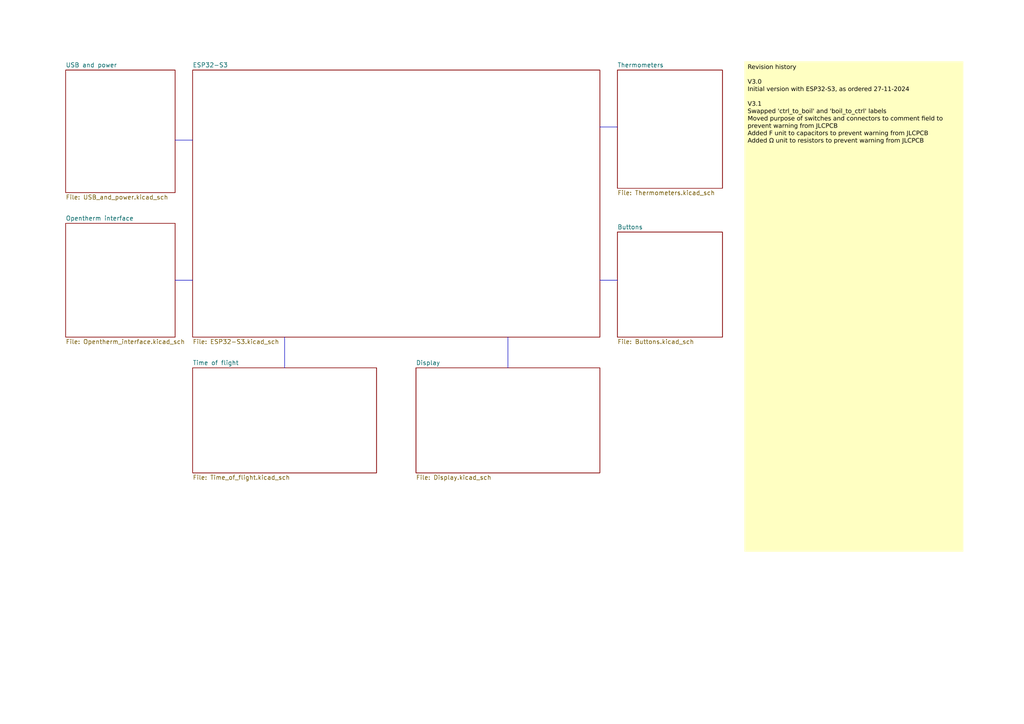
<source format=kicad_sch>
(kicad_sch
	(version 20231120)
	(generator "eeschema")
	(generator_version "8.0")
	(uuid "dee7d3c3-6abb-4cb3-8df4-3e3e37989a04")
	(paper "A4")
	(lib_symbols)
	(polyline
		(pts
			(xy 50.8 81.28) (xy 55.88 81.28)
		)
		(stroke
			(width 0)
			(type default)
		)
		(uuid "0925232c-50e5-4426-95b7-d76b80794736")
	)
	(polyline
		(pts
			(xy 50.8 40.64) (xy 55.88 40.64)
		)
		(stroke
			(width 0)
			(type default)
		)
		(uuid "1b34532d-3c32-4120-b003-a12b62afdcd0")
	)
	(polyline
		(pts
			(xy 179.07 81.28) (xy 173.99 81.28)
		)
		(stroke
			(width 0)
			(type default)
		)
		(uuid "2292b91f-13da-4d2e-8d29-f3cb6a68b571")
	)
	(polyline
		(pts
			(xy 147.32 106.68) (xy 147.32 97.79)
		)
		(stroke
			(width 0)
			(type default)
		)
		(uuid "c08d59c0-26d9-4307-99d6-53b1d0a561e7")
	)
	(polyline
		(pts
			(xy 82.55 106.68) (xy 82.55 97.79)
		)
		(stroke
			(width 0)
			(type default)
		)
		(uuid "ed1d8cd0-35c4-48a6-8705-5554f44f3d85")
	)
	(polyline
		(pts
			(xy 173.99 36.83) (xy 179.07 36.83)
		)
		(stroke
			(width 0)
			(type default)
		)
		(uuid "ffd62481-d749-4525-a31d-a0accbcfc76a")
	)
	(text_box "Revision history\n\nV3.0 \nInitial version with ESP32-S3, as ordered 27-11-2024\n\nV3.1\nSwapped 'ctrl_to_boil' and 'boil_to_ctrl' labels\nMoved purpose of switches and connectors to comment field to prevent warning from JLCPCB\nAdded F unit to capacitors to prevent warning from JLCPCB\nAdded Ω unit to resistors to prevent warning from JLCPCB\n"
		(exclude_from_sim no)
		(at 215.9 17.78 0)
		(size 63.5 142.24)
		(stroke
			(width -0.0001)
			(type default)
		)
		(fill
			(type color)
			(color 255 255 194 1)
		)
		(effects
			(font
				(face "Arial")
				(size 1.27 1.27)
				(color 0 0 0 1)
			)
			(justify left top)
		)
		(uuid "66584f9d-a4fb-43de-92ff-08f8eeb42108")
	)
	(sheet
		(at 179.07 20.32)
		(size 30.48 34.29)
		(fields_autoplaced yes)
		(stroke
			(width 0.1524)
			(type solid)
		)
		(fill
			(color 0 0 0 0.0000)
		)
		(uuid "1ee783e5-877a-4e23-8a1c-34a8f840b01c")
		(property "Sheetname" "Thermometers"
			(at 179.07 19.6084 0)
			(effects
				(font
					(size 1.27 1.27)
				)
				(justify left bottom)
			)
		)
		(property "Sheetfile" "Thermometers.kicad_sch"
			(at 179.07 55.1946 0)
			(effects
				(font
					(size 1.27 1.27)
				)
				(justify left top)
			)
		)
		(instances
			(project "RoomThermostat"
				(path "/dee7d3c3-6abb-4cb3-8df4-3e3e37989a04"
					(page "6")
				)
			)
		)
	)
	(sheet
		(at 19.05 20.32)
		(size 31.75 35.56)
		(fields_autoplaced yes)
		(stroke
			(width 0.1524)
			(type solid)
		)
		(fill
			(color 0 0 0 0.0000)
		)
		(uuid "27673a3a-5c62-493b-b19a-59601297fae0")
		(property "Sheetname" "USB and power"
			(at 19.05 19.6084 0)
			(effects
				(font
					(size 1.27 1.27)
				)
				(justify left bottom)
			)
		)
		(property "Sheetfile" "USB_and_power.kicad_sch"
			(at 19.05 56.4646 0)
			(effects
				(font
					(size 1.27 1.27)
				)
				(justify left top)
			)
		)
		(instances
			(project "RoomThermostat"
				(path "/dee7d3c3-6abb-4cb3-8df4-3e3e37989a04"
					(page "3")
				)
			)
		)
	)
	(sheet
		(at 120.65 106.68)
		(size 53.34 30.48)
		(fields_autoplaced yes)
		(stroke
			(width 0.1524)
			(type solid)
		)
		(fill
			(color 0 0 0 0.0000)
		)
		(uuid "4ee7237d-7490-448a-a94f-f4ace25b8494")
		(property "Sheetname" "Display"
			(at 120.65 105.9684 0)
			(effects
				(font
					(size 1.27 1.27)
				)
				(justify left bottom)
			)
		)
		(property "Sheetfile" "Display.kicad_sch"
			(at 120.65 137.7446 0)
			(effects
				(font
					(size 1.27 1.27)
				)
				(justify left top)
			)
		)
		(instances
			(project "RoomThermostat"
				(path "/dee7d3c3-6abb-4cb3-8df4-3e3e37989a04"
					(page "5")
				)
			)
		)
	)
	(sheet
		(at 19.05 64.77)
		(size 31.75 33.02)
		(fields_autoplaced yes)
		(stroke
			(width 0.1524)
			(type solid)
		)
		(fill
			(color 0 0 0 0.0000)
		)
		(uuid "7a22ee33-5bef-4c62-b34e-91e104b3ec80")
		(property "Sheetname" "Opentherm interface"
			(at 19.05 64.0584 0)
			(effects
				(font
					(size 1.27 1.27)
				)
				(justify left bottom)
			)
		)
		(property "Sheetfile" "Opentherm_interface.kicad_sch"
			(at 19.05 98.3746 0)
			(effects
				(font
					(size 1.27 1.27)
				)
				(justify left top)
			)
		)
		(instances
			(project "RoomThermostat"
				(path "/dee7d3c3-6abb-4cb3-8df4-3e3e37989a04"
					(page "4")
				)
			)
		)
	)
	(sheet
		(at 55.88 106.68)
		(size 53.34 30.48)
		(fields_autoplaced yes)
		(stroke
			(width 0.1524)
			(type solid)
		)
		(fill
			(color 0 0 0 0.0000)
		)
		(uuid "9496b48a-90bf-416c-bf1c-039c65c989b9")
		(property "Sheetname" "Time of flight"
			(at 55.88 105.9684 0)
			(effects
				(font
					(size 1.27 1.27)
				)
				(justify left bottom)
			)
		)
		(property "Sheetfile" "Time_of_flight.kicad_sch"
			(at 55.88 137.7446 0)
			(effects
				(font
					(size 1.27 1.27)
				)
				(justify left top)
			)
		)
		(instances
			(project "RoomThermostat"
				(path "/dee7d3c3-6abb-4cb3-8df4-3e3e37989a04"
					(page "8")
				)
			)
		)
	)
	(sheet
		(at 55.88 20.32)
		(size 118.11 77.47)
		(fields_autoplaced yes)
		(stroke
			(width 0.1524)
			(type solid)
		)
		(fill
			(color 0 0 0 0.0000)
		)
		(uuid "bd5268ae-2faf-441e-9d8c-8a98dae2e504")
		(property "Sheetname" "ESP32-S3"
			(at 55.88 19.6084 0)
			(effects
				(font
					(size 1.27 1.27)
				)
				(justify left bottom)
			)
		)
		(property "Sheetfile" "ESP32-S3.kicad_sch"
			(at 55.88 98.3746 0)
			(effects
				(font
					(size 1.27 1.27)
				)
				(justify left top)
			)
		)
		(instances
			(project "RoomThermostat"
				(path "/dee7d3c3-6abb-4cb3-8df4-3e3e37989a04"
					(page "2")
				)
			)
		)
	)
	(sheet
		(at 179.07 67.31)
		(size 30.48 30.48)
		(fields_autoplaced yes)
		(stroke
			(width 0.1524)
			(type solid)
		)
		(fill
			(color 0 0 0 0.0000)
		)
		(uuid "c10dcd2b-f94d-4b79-ac64-852f0c201877")
		(property "Sheetname" "Buttons"
			(at 179.07 66.5984 0)
			(effects
				(font
					(size 1.27 1.27)
				)
				(justify left bottom)
			)
		)
		(property "Sheetfile" "Buttons.kicad_sch"
			(at 179.07 98.3746 0)
			(effects
				(font
					(size 1.27 1.27)
				)
				(justify left top)
			)
		)
		(instances
			(project "RoomThermostat"
				(path "/dee7d3c3-6abb-4cb3-8df4-3e3e37989a04"
					(page "7")
				)
			)
		)
	)
	(sheet_instances
		(path "/"
			(page "1")
		)
	)
)

</source>
